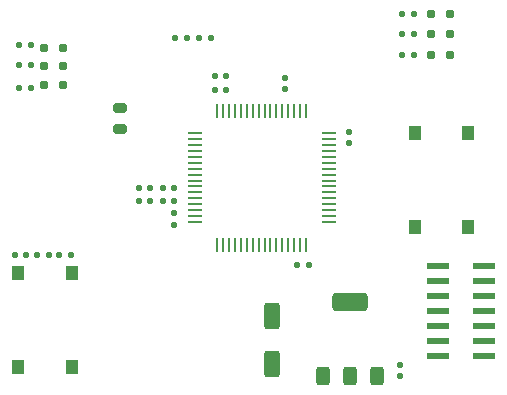
<source format=gbr>
%TF.GenerationSoftware,KiCad,Pcbnew,8.0.8*%
%TF.CreationDate,2025-01-29T06:10:27+01:00*%
%TF.ProjectId,ProjetCorps,50726f6a-6574-4436-9f72-70732e6b6963,rev?*%
%TF.SameCoordinates,Original*%
%TF.FileFunction,Paste,Top*%
%TF.FilePolarity,Positive*%
%FSLAX46Y46*%
G04 Gerber Fmt 4.6, Leading zero omitted, Abs format (unit mm)*
G04 Created by KiCad (PCBNEW 8.0.8) date 2025-01-29 06:10:27*
%MOMM*%
%LPD*%
G01*
G04 APERTURE LIST*
G04 Aperture macros list*
%AMRoundRect*
0 Rectangle with rounded corners*
0 $1 Rounding radius*
0 $2 $3 $4 $5 $6 $7 $8 $9 X,Y pos of 4 corners*
0 Add a 4 corners polygon primitive as box body*
4,1,4,$2,$3,$4,$5,$6,$7,$8,$9,$2,$3,0*
0 Add four circle primitives for the rounded corners*
1,1,$1+$1,$2,$3*
1,1,$1+$1,$4,$5*
1,1,$1+$1,$6,$7*
1,1,$1+$1,$8,$9*
0 Add four rect primitives between the rounded corners*
20,1,$1+$1,$2,$3,$4,$5,0*
20,1,$1+$1,$4,$5,$6,$7,0*
20,1,$1+$1,$6,$7,$8,$9,0*
20,1,$1+$1,$8,$9,$2,$3,0*%
G04 Aperture macros list end*
%ADD10RoundRect,0.300000X0.300000X-0.500000X0.300000X0.500000X-0.300000X0.500000X-0.300000X-0.500000X0*%
%ADD11RoundRect,0.400000X1.120000X-0.400000X1.120000X0.400000X-1.120000X0.400000X-1.120000X-0.400000X0*%
%ADD12RoundRect,0.112000X-0.112000X-0.136000X0.112000X-0.136000X0.112000X0.136000X-0.112000X0.136000X0*%
%ADD13RoundRect,0.112000X0.112000X0.136000X-0.112000X0.136000X-0.112000X-0.136000X0.112000X-0.136000X0*%
%ADD14RoundRect,0.108000X-0.108000X-0.148000X0.108000X-0.148000X0.108000X0.148000X-0.108000X0.148000X0*%
%ADD15RoundRect,0.112000X0.136000X-0.112000X0.136000X0.112000X-0.136000X0.112000X-0.136000X-0.112000X0*%
%ADD16RoundRect,0.112000X-0.136000X0.112000X-0.136000X-0.112000X0.136000X-0.112000X0.136000X0.112000X0*%
%ADD17RoundRect,0.175000X0.175000X0.205000X-0.175000X0.205000X-0.175000X-0.205000X0.175000X-0.205000X0*%
%ADD18R,1.920000X0.592000*%
%ADD19RoundRect,0.060000X-0.060000X0.560000X-0.060000X-0.560000X0.060000X-0.560000X0.060000X0.560000X0*%
%ADD20RoundRect,0.060000X-0.560000X0.060000X-0.560000X-0.060000X0.560000X-0.060000X0.560000X0.060000X0*%
%ADD21RoundRect,0.200000X-0.440000X0.910000X-0.440000X-0.910000X0.440000X-0.910000X0.440000X0.910000X0*%
%ADD22RoundRect,0.200000X-0.360000X0.210000X-0.360000X-0.210000X0.360000X-0.210000X0.360000X0.210000X0*%
%ADD23R,1.040000X1.240000*%
%ADD24RoundRect,0.108000X0.108000X0.148000X-0.108000X0.148000X-0.108000X-0.148000X0.108000X-0.148000X0*%
G04 APERTURE END LIST*
D10*
%TO.C,U103*%
X75200000Y-86800000D03*
X77500000Y-86800000D03*
D11*
X77500000Y-80500000D03*
D10*
X79800000Y-86800000D03*
%TD*%
D12*
%TO.C,C4*%
X59620000Y-72000000D03*
X60580000Y-72000000D03*
%TD*%
D13*
%TO.C,C6*%
X60580000Y-70900000D03*
X59620000Y-70900000D03*
%TD*%
D12*
%TO.C,C101*%
X66020000Y-61400000D03*
X66980000Y-61400000D03*
%TD*%
D14*
%TO.C,R109*%
X49427500Y-58730000D03*
X50447500Y-58730000D03*
%TD*%
D12*
%TO.C,C5*%
X61620000Y-70900000D03*
X62580000Y-70900000D03*
%TD*%
D14*
%TO.C,R103*%
X81900000Y-56100000D03*
X82920000Y-56100000D03*
%TD*%
D15*
%TO.C,C1*%
X72000000Y-62480000D03*
X72000000Y-61520000D03*
%TD*%
D16*
%TO.C,C103*%
X77400000Y-66120000D03*
X77400000Y-67080000D03*
%TD*%
D17*
%TO.C,D102*%
X85947500Y-57850000D03*
X84372500Y-57850000D03*
%TD*%
D18*
%TO.C,J105*%
X88800000Y-85120000D03*
X84900000Y-85120000D03*
X88800000Y-83850000D03*
X84900000Y-83850000D03*
X88800000Y-82580000D03*
X84900000Y-82580000D03*
X88800000Y-81310000D03*
X84900000Y-81310000D03*
X88800000Y-80040000D03*
X84900000Y-80040000D03*
X88800000Y-78770000D03*
X84900000Y-78770000D03*
X88800000Y-77500000D03*
X84900000Y-77500000D03*
%TD*%
D15*
%TO.C,C104*%
X62600000Y-73980000D03*
X62600000Y-73020000D03*
%TD*%
D19*
%TO.C,U1*%
X73745000Y-64315000D03*
X73245000Y-64315000D03*
X72745000Y-64315000D03*
X72245000Y-64315000D03*
X71745000Y-64315000D03*
X71245000Y-64315000D03*
X70745000Y-64315000D03*
X70245000Y-64315000D03*
X69745000Y-64315000D03*
X69245000Y-64315000D03*
X68745000Y-64315000D03*
X68245000Y-64315000D03*
X67745000Y-64315000D03*
X67245000Y-64315000D03*
X66745000Y-64315000D03*
X66245000Y-64315000D03*
D20*
X64320000Y-66240000D03*
X64320000Y-66740000D03*
X64320000Y-67240000D03*
X64320000Y-67740000D03*
X64320000Y-68240000D03*
X64320000Y-68740000D03*
X64320000Y-69240000D03*
X64320000Y-69740000D03*
X64320000Y-70240000D03*
X64320000Y-70740000D03*
X64320000Y-71240000D03*
X64320000Y-71740000D03*
X64320000Y-72240000D03*
X64320000Y-72740000D03*
X64320000Y-73240000D03*
X64320000Y-73740000D03*
D19*
X66245000Y-75665000D03*
X66745000Y-75665000D03*
X67245000Y-75665000D03*
X67745000Y-75665000D03*
X68245000Y-75665000D03*
X68745000Y-75665000D03*
X69245000Y-75665000D03*
X69745000Y-75665000D03*
X70245000Y-75665000D03*
X70745000Y-75665000D03*
X71245000Y-75665000D03*
X71745000Y-75665000D03*
X72245000Y-75665000D03*
X72745000Y-75665000D03*
X73245000Y-75665000D03*
X73745000Y-75665000D03*
D20*
X75670000Y-73740000D03*
X75670000Y-73240000D03*
X75670000Y-72740000D03*
X75670000Y-72240000D03*
X75670000Y-71740000D03*
X75670000Y-71240000D03*
X75670000Y-70740000D03*
X75670000Y-70240000D03*
X75670000Y-69740000D03*
X75670000Y-69240000D03*
X75670000Y-68740000D03*
X75670000Y-68240000D03*
X75670000Y-67740000D03*
X75670000Y-67240000D03*
X75670000Y-66740000D03*
X75670000Y-66240000D03*
%TD*%
D21*
%TO.C,C107*%
X70900000Y-81675000D03*
X70900000Y-85800000D03*
%TD*%
D15*
%TO.C,C106*%
X81700000Y-86830000D03*
X81700000Y-85870000D03*
%TD*%
D17*
%TO.C,D105*%
X53175000Y-60500000D03*
X51600000Y-60500000D03*
%TD*%
D22*
%TO.C,R1*%
X58000000Y-64087500D03*
X58000000Y-65912500D03*
%TD*%
D17*
%TO.C,D101*%
X85947500Y-56100000D03*
X84372500Y-56100000D03*
%TD*%
D14*
%TO.C,R105*%
X81900000Y-59600000D03*
X82920000Y-59600000D03*
%TD*%
D23*
%TO.C,SW1*%
X82955000Y-74145000D03*
X82955000Y-66195000D03*
X87455000Y-74145000D03*
X87455000Y-66195000D03*
%TD*%
D17*
%TO.C,D104*%
X53175000Y-62180000D03*
X51600000Y-62180000D03*
%TD*%
D24*
%TO.C,R801*%
X52000000Y-76575000D03*
X50980000Y-76575000D03*
%TD*%
D13*
%TO.C,C801*%
X50050000Y-76575000D03*
X49090000Y-76575000D03*
%TD*%
D17*
%TO.C,D106*%
X53175000Y-59000000D03*
X51600000Y-59000000D03*
%TD*%
D14*
%TO.C,R108*%
X49427500Y-60480000D03*
X50447500Y-60480000D03*
%TD*%
D24*
%TO.C,R802*%
X53890000Y-76575000D03*
X52870000Y-76575000D03*
%TD*%
D17*
%TO.C,D103*%
X85947500Y-59600000D03*
X84372500Y-59600000D03*
%TD*%
D14*
%TO.C,R107*%
X49427500Y-62430000D03*
X50447500Y-62430000D03*
%TD*%
D12*
%TO.C,C2*%
X66020000Y-62600000D03*
X66980000Y-62600000D03*
%TD*%
D13*
%TO.C,C3*%
X62580000Y-72000000D03*
X61620000Y-72000000D03*
%TD*%
D23*
%TO.C,SW801*%
X53900000Y-78100000D03*
X53900000Y-86050000D03*
X49400000Y-78100000D03*
X49400000Y-86050000D03*
%TD*%
D13*
%TO.C,C102*%
X73980000Y-77400000D03*
X73020000Y-77400000D03*
%TD*%
D14*
%TO.C,R104*%
X81900000Y-57850000D03*
X82920000Y-57850000D03*
%TD*%
D24*
%TO.C,R102*%
X65710000Y-58200000D03*
X64690000Y-58200000D03*
%TD*%
D14*
%TO.C,R101*%
X62690000Y-58200000D03*
X63710000Y-58200000D03*
%TD*%
M02*

</source>
